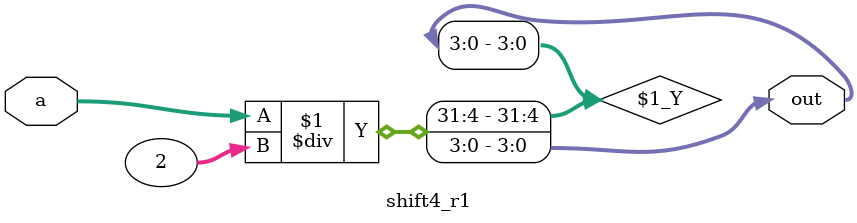
<source format=v>
module shift4_r1(
    input [3:0] a, // 输入a，2
    output [3:0] out // 输出sum
);

assign out = a / 2; // 逻辑右移

endmodule// 64位加法
</source>
